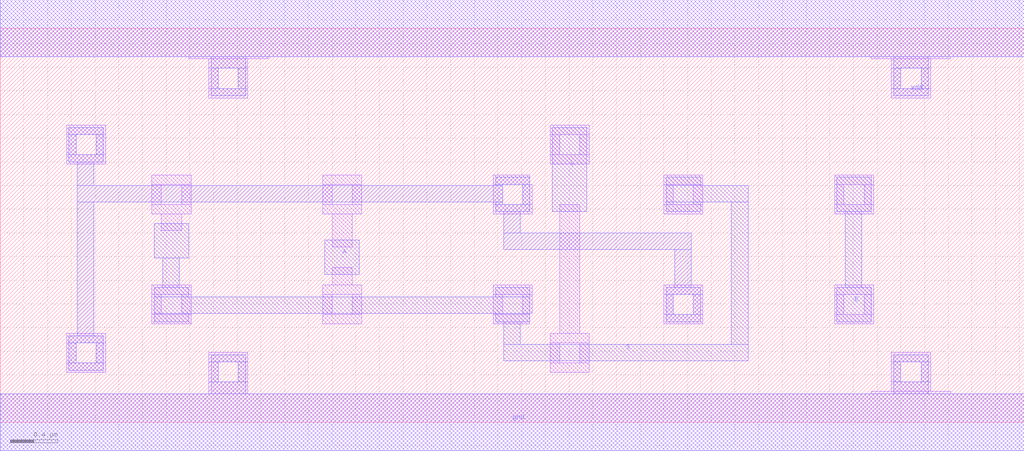
<source format=lef>
VERSION 5.7 ;
  NOWIREEXTENSIONATPIN ON ;
  DIVIDERCHAR "/" ;
  BUSBITCHARS "[]" ;
MACRO MUX2X1
  CLASS CORE ;
  FOREIGN MUX2X1 ;
  ORIGIN 0.000 0.000 ;
  SIZE 8.640 BY 3.330 ;
  SYMMETRY X Y R90 ;
  SITE unit ;
  PIN vdd
    DIRECTION INOUT ;
    USE POWER ;
    SHAPE ABUTMENT ;
    PORT
      LAYER met1 ;
        RECT 0.000 3.090 8.640 3.570 ;
        RECT 1.780 2.990 2.070 3.090 ;
        RECT 1.780 2.820 1.840 2.990 ;
        RECT 2.010 2.820 2.070 2.990 ;
        RECT 1.780 2.760 2.070 2.820 ;
        RECT 7.540 2.990 7.830 3.090 ;
        RECT 7.540 2.820 7.600 2.990 ;
        RECT 7.770 2.820 7.830 2.990 ;
        RECT 7.540 2.760 7.830 2.820 ;
    END
    PORT
      LAYER li1 ;
        RECT 0.000 3.090 8.640 3.570 ;
        RECT 1.590 3.070 2.260 3.090 ;
        RECT 7.350 3.070 8.020 3.090 ;
        RECT 1.760 2.990 2.090 3.070 ;
        RECT 1.760 2.820 1.840 2.990 ;
        RECT 2.010 2.820 2.090 2.990 ;
        RECT 1.760 2.740 2.090 2.820 ;
        RECT 7.520 2.990 7.850 3.070 ;
        RECT 7.520 2.820 7.600 2.990 ;
        RECT 7.770 2.820 7.850 2.990 ;
        RECT 7.520 2.740 7.850 2.820 ;
    END
  END vdd
  PIN gnd
    DIRECTION INOUT ;
    USE GROUND ;
    SHAPE ABUTMENT ;
    PORT
      LAYER met1 ;
        RECT 1.780 0.510 2.070 0.570 ;
        RECT 1.780 0.340 1.840 0.510 ;
        RECT 2.010 0.340 2.070 0.510 ;
        RECT 1.780 0.240 2.070 0.340 ;
        RECT 7.540 0.510 7.830 0.570 ;
        RECT 7.540 0.340 7.600 0.510 ;
        RECT 7.770 0.340 7.830 0.510 ;
        RECT 7.540 0.240 7.830 0.340 ;
        RECT 0.000 -0.240 8.640 0.240 ;
    END
    PORT
      LAYER li1 ;
        RECT 1.760 0.510 2.090 0.590 ;
        RECT 1.760 0.340 1.840 0.510 ;
        RECT 2.010 0.340 2.090 0.510 ;
        RECT 1.760 0.240 2.090 0.340 ;
        RECT 7.520 0.510 7.850 0.590 ;
        RECT 7.520 0.340 7.600 0.510 ;
        RECT 7.770 0.340 7.850 0.510 ;
        RECT 7.520 0.260 7.850 0.340 ;
        RECT 7.350 0.240 8.020 0.260 ;
        RECT 0.000 -0.240 8.640 0.240 ;
    END
  END gnd
  PIN Y
    DIRECTION INOUT ;
    USE SIGNAL ;
    SHAPE ABUTMENT ;
    PORT
      LAYER met1 ;
        RECT 4.660 1.780 4.950 2.490 ;
    END
  END Y
  PIN S
    DIRECTION INOUT ;
    USE SIGNAL ;
    SHAPE ABUTMENT ;
    PORT
      LAYER met1 ;
        RECT 5.620 2.000 5.910 2.070 ;
        RECT 5.620 1.860 6.310 2.000 ;
        RECT 5.620 1.780 5.910 1.860 ;
        RECT 1.300 1.390 1.590 1.680 ;
        RECT 1.370 1.140 1.510 1.390 ;
        RECT 1.300 1.060 1.590 1.140 ;
        RECT 4.180 1.060 4.470 1.140 ;
        RECT 1.300 0.920 4.470 1.060 ;
        RECT 1.300 0.850 1.590 0.920 ;
        RECT 4.180 0.850 4.470 0.920 ;
        RECT 4.250 0.660 4.390 0.850 ;
        RECT 6.170 0.660 6.310 1.860 ;
        RECT 4.250 0.520 6.310 0.660 ;
    END
  END S
  PIN A
    DIRECTION INOUT ;
    USE SIGNAL ;
    SHAPE ABUTMENT ;
    PORT
      LAYER met1 ;
        RECT 2.740 1.250 3.030 1.540 ;
    END
  END A
  PIN B
    DIRECTION INOUT ;
    USE SIGNAL ;
    SHAPE ABUTMENT ;
    PORT
      LAYER met1 ;
        RECT 7.060 1.780 7.350 2.070 ;
        RECT 7.130 1.140 7.270 1.780 ;
        RECT 7.060 0.850 7.350 1.140 ;
    END
  END B
  OBS
      LAYER li1 ;
        RECT 0.560 2.430 0.890 2.510 ;
        RECT 0.560 2.260 0.640 2.430 ;
        RECT 0.810 2.260 0.890 2.430 ;
        RECT 0.560 2.180 0.890 2.260 ;
        RECT 4.640 2.430 4.970 2.510 ;
        RECT 4.640 2.260 4.720 2.430 ;
        RECT 4.890 2.260 4.970 2.430 ;
        RECT 4.640 2.180 4.970 2.260 ;
        RECT 1.280 2.010 1.610 2.090 ;
        RECT 1.280 1.840 1.360 2.010 ;
        RECT 1.530 1.840 1.610 2.010 ;
        RECT 1.280 1.760 1.610 1.840 ;
        RECT 2.720 2.010 3.050 2.090 ;
        RECT 2.720 1.840 2.800 2.010 ;
        RECT 2.970 1.840 3.050 2.010 ;
        RECT 2.720 1.760 3.050 1.840 ;
        RECT 4.160 2.010 4.470 2.090 ;
        RECT 5.600 2.010 5.930 2.090 ;
        RECT 4.160 1.840 4.240 2.010 ;
        RECT 4.410 1.840 4.490 2.010 ;
        RECT 5.600 1.840 5.680 2.010 ;
        RECT 5.850 1.840 5.930 2.010 ;
        RECT 4.160 1.760 4.490 1.840 ;
        RECT 1.360 1.620 1.530 1.760 ;
        RECT 2.800 1.480 2.970 1.760 ;
        RECT 2.800 1.160 2.970 1.310 ;
        RECT 1.280 1.080 1.610 1.160 ;
        RECT 1.280 0.910 1.360 1.080 ;
        RECT 1.530 0.910 1.610 1.080 ;
        RECT 1.280 0.830 1.610 0.910 ;
        RECT 2.720 1.080 3.050 1.160 ;
        RECT 2.720 0.910 2.800 1.080 ;
        RECT 2.970 0.910 3.050 1.080 ;
        RECT 2.720 0.830 3.050 0.910 ;
        RECT 4.160 1.080 4.490 1.160 ;
        RECT 4.160 0.910 4.240 1.080 ;
        RECT 4.410 0.920 4.490 1.080 ;
        RECT 4.410 0.910 4.470 0.920 ;
        RECT 4.160 0.830 4.470 0.910 ;
        RECT 4.720 0.750 4.890 1.840 ;
        RECT 5.600 1.760 5.930 1.840 ;
        RECT 7.040 2.010 7.370 2.090 ;
        RECT 7.040 1.840 7.120 2.010 ;
        RECT 7.290 1.840 7.370 2.010 ;
        RECT 7.040 1.760 7.370 1.840 ;
        RECT 5.600 1.080 5.930 1.160 ;
        RECT 5.600 0.910 5.680 1.080 ;
        RECT 5.850 0.910 5.930 1.080 ;
        RECT 5.600 0.830 5.930 0.910 ;
        RECT 7.040 1.080 7.370 1.160 ;
        RECT 7.040 0.910 7.120 1.080 ;
        RECT 7.290 0.910 7.370 1.080 ;
        RECT 7.040 0.830 7.370 0.910 ;
        RECT 0.560 0.670 0.890 0.750 ;
        RECT 0.560 0.500 0.640 0.670 ;
        RECT 0.810 0.500 0.890 0.670 ;
        RECT 0.560 0.420 0.890 0.500 ;
        RECT 4.640 0.670 4.970 0.750 ;
        RECT 4.640 0.500 4.720 0.670 ;
        RECT 4.890 0.500 4.970 0.670 ;
        RECT 4.640 0.420 4.970 0.500 ;
      LAYER met1 ;
        RECT 0.580 2.430 0.870 2.490 ;
        RECT 0.580 2.260 0.640 2.430 ;
        RECT 0.810 2.260 0.870 2.430 ;
        RECT 0.580 2.200 0.870 2.260 ;
        RECT 0.650 2.000 0.790 2.200 ;
        RECT 4.180 2.010 4.470 2.070 ;
        RECT 4.180 2.000 4.240 2.010 ;
        RECT 0.650 1.860 4.240 2.000 ;
        RECT 0.650 0.730 0.790 1.860 ;
        RECT 4.180 1.840 4.240 1.860 ;
        RECT 4.410 1.840 4.470 2.010 ;
        RECT 4.180 1.780 4.470 1.840 ;
        RECT 4.250 1.600 4.390 1.780 ;
        RECT 4.250 1.460 5.830 1.600 ;
        RECT 5.690 1.140 5.830 1.460 ;
        RECT 5.620 1.080 5.910 1.140 ;
        RECT 5.620 0.910 5.680 1.080 ;
        RECT 5.850 0.910 5.910 1.080 ;
        RECT 5.620 0.850 5.910 0.910 ;
        RECT 0.580 0.670 0.870 0.730 ;
        RECT 0.580 0.500 0.640 0.670 ;
        RECT 0.810 0.500 0.870 0.670 ;
        RECT 0.580 0.440 0.870 0.500 ;
  END
END MUX2X1
END LIBRARY


</source>
